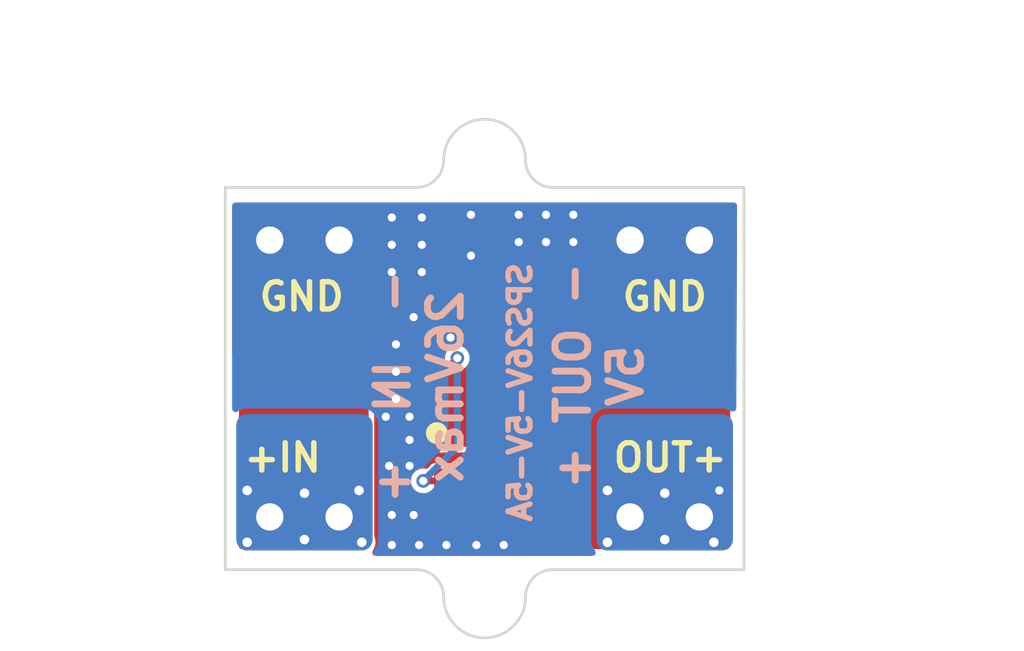
<source format=kicad_pcb>
(kicad_pcb (version 20241229) (generator "pcbnew") (generator_version "9.0")
  (layers (0 "F.Cu" signal) (2 "B.Cu" signal) (13 "F.Paste" user) (15 "B.Paste" user) (5 "F.SilkS" user "F.Silkscreen") (7 "B.SilkS" user "B.Silkscreen") (1 "F.Mask" user) (3 "B.Mask" user) (25 "Edge.Cuts" user))
  (net 0 "")
  (net 1 "GND")
  (net 2 "/BOOT")
  (net 3 "+5V")
  (net 4 "VIN")
  (net 5 "Net-(LED1-K)")
  (net 6 "Net-(R2-Pad1)")
  (net 7 "/SW")
  (net 8 "/FB")
  (footprint "_Opto_GRZ:KP-1608CGCK" (layer "F.Cu") (at 2.25 4.5)
    (property "Reference" "LED1")
    (property "Value" "KP-1608CGCK")
    (pad "1" smd rect (at -0.825 0 180) (size 0.8 0.8) (layers "F.Cu" "F.Mask" "F.Paste") (net 5 "Net-(LED1-K)"))
    (pad "2" smd rect (at 0.825 0 180) (size 0.8 0.8) (layers "F.Cu" "F.Mask" "F.Paste") (net 3 "+5V"))
  )
  (footprint "_Resistors_GRZ:R_0603" (layer "F.Cu") (at 2.25 -3.75 180)
    (property "Reference" "R4")
    (property "Value" "33kΩ")
    (pad "1" smd roundrect (at -0.8 0 180) (size 0.6 0.9) (layers "F.Cu" "F.Mask" "F.Paste") (roundrect_rratio 0.083) (net 3 "+5V"))
    (pad "2" smd roundrect (at 0.8 0 180) (size 0.6 0.9) (layers "F.Cu" "F.Mask" "F.Paste") (roundrect_rratio 0.083) (net 6 "Net-(R2-Pad1)"))
  )
  (footprint "_Capacitors_GRZ:C_0603" (layer "F.Cu") (at -0.75 3.75 180)
    (property "Reference" "C2")
    (property "Value" "100nF/50V")
    (pad "1" smd roundrect (at -0.8 0 180) (size 0.6 0.9) (layers "F.Cu" "F.Mask" "F.Paste") (roundrect_rratio 0.0833) (net 7 "/SW"))
    (pad "2" smd roundrect (at 0.8 0 180) (size 0.6 0.9) (layers "F.Cu" "F.Mask" "F.Paste") (roundrect_rratio 0.083) (net 2 "/BOOT"))
  )
  (footprint "_Capacitors_GRZ:C_0603" (layer "F.Cu") (at -4.42 2.25)
    (property "Reference" "C1")
    (property "Value" "100nF/50V")
    (pad "1" smd roundrect (at -0.8 0) (size 0.6 0.9) (layers "F.Cu" "F.Mask" "F.Paste") (roundrect_rratio 0.0833) (net 4 "VIN"))
    (pad "2" smd roundrect (at 0.8 0) (size 0.6 0.9) (layers "F.Cu" "F.Mask" "F.Paste") (roundrect_rratio 0.083) (net 1 "GND"))
  )
  (footprint "_Resistors_GRZ:R_0603" (layer "F.Cu") (at -0.5 -5.25)
    (property "Reference" "R3")
    (property "Value" "6.8kΩ")
    (pad "1" smd roundrect (at -0.8 0) (size 0.6 0.9) (layers "F.Cu" "F.Mask" "F.Paste") (roundrect_rratio 0.083) (net 8 "/FB"))
    (pad "2" smd roundrect (at 0.8 0) (size 0.6 0.9) (layers "F.Cu" "F.Mask" "F.Paste") (roundrect_rratio 0.083) (net 1 "GND"))
  )
  (footprint "_Capacitors_GRZ:C_1206" (layer "F.Cu") (at 8 -0.5 90)
    (property "Reference" "C5")
    (property "Value" "47µF/16V")
    (pad "1" smd roundrect (at -1.45 0 90) (size 0.9 1.6) (layers "F.Cu" "F.Mask" "F.Paste") (roundrect_rratio 0.1) (net 3 "+5V"))
    (pad "2" smd roundrect (at 1.45 0 90) (size 0.9 1.6) (layers "F.Cu" "F.Mask" "F.Paste") (roundrect_rratio 0.1) (net 1 "GND"))
  )
  (footprint "_MountingHole_GRZ:MountingHole_2.1mm_M2" (layer "F.Cu") (at 0 -8)
    (property "Reference" "REF**" (hide yes))
    (property "Value" "MountingHole_2.1mm_M2" (hide yes))
    (pad "" np_thru_hole circle (at 0 0) (size 2.1 2.1) (drill 2.1) (layers "*.Cu" "*.Mask"))
  )
  (footprint "_Resistors_GRZ:R_0603" (layer "F.Cu") (at -0.5 -3.75 180)
    (property "Reference" "R2")
    (property "Value" "2.7kΩ")
    (pad "1" smd roundrect (at -0.8 0 180) (size 0.6 0.9) (layers "F.Cu" "F.Mask" "F.Paste") (roundrect_rratio 0.083) (net 6 "Net-(R2-Pad1)"))
    (pad "2" smd roundrect (at 0.8 0 180) (size 0.6 0.9) (layers "F.Cu" "F.Mask" "F.Paste") (roundrect_rratio 0.083) (net 8 "/FB"))
  )
  (footprint "_Capacitors_GRZ:C_0805" (layer "F.Cu") (at -8.25 -0.75 90)
    (property "Reference" "C3")
    (property "Value" "22µF/35V")
    (pad "1" smd roundrect (at -0.95 0 90) (size 0.7 1.3) (layers "F.Cu" "F.Mask" "F.Paste") (roundrect_rratio 0.1) (net 4 "VIN"))
    (pad "2" smd roundrect (at 0.95 0 90) (size 0.7 1.3) (layers "F.Cu" "F.Mask" "F.Paste") (roundrect_rratio 0.1) (net 1 "GND"))
  )
  (footprint "_Capacitors_GRZ:C_0805" (layer "F.Cu") (at -6.25 -0.75 90)
    (property "Reference" "C4")
    (property "Value" "22µF/35V")
    (pad "1" smd roundrect (at -0.95 0 90) (size 0.7 1.3) (layers "F.Cu" "F.Mask" "F.Paste") (roundrect_rratio 0.1) (net 4 "VIN"))
    (pad "2" smd roundrect (at 0.95 0 90) (size 0.7 1.3) (layers "F.Cu" "F.Mask" "F.Paste") (roundrect_rratio 0.1) (net 1 "GND"))
  )
  (footprint "_MountingHole_GRZ:MountingHole_2.1mm_M2" (layer "F.Cu") (at 0 8)
    (property "Reference" "REF**" (hide yes))
    (property "Value" "MountingHole_2.1mm_M2" (hide yes))
    (pad "" np_thru_hole circle (at 0 0) (size 2.1 2.1) (drill 2.1) (layers "*.Cu" "*.Mask"))
  )
  (footprint "_Regulators_GRZ:LMR51450" (layer "F.Cu") (at -3.25 -0.25 180)
    (property "Reference" "IC1")
    (property "Value" "LMR51450")
    (pad "1" smd roundrect (at -1.39 -1.25) (size 0.62 0.25) (layers "F.Cu" "F.Mask" "F.Paste") (roundrect_rratio 0.2) (net 7 "/SW"))
    (pad "2" smd roundrect (at -1.39 -0.75) (size 0.62 0.25) (layers "F.Cu" "F.Mask" "F.Paste") (roundrect_rratio 0.2) (net 7 "/SW"))
    (pad "3" smd roundrect (at -1.39 -0.25) (size 0.62 0.25) (layers "F.Cu" "F.Mask" "F.Paste") (roundrect_rratio 0.2) (net 7 "/SW"))
    (pad "4" smd roundrect (at -1.39 0.25) (size 0.62 0.25) (layers "F.Cu" "F.Mask" "F.Paste") (roundrect_rratio 0.2) (net 2 "/BOOT"))
    (pad "5" smd roundrect (at -1.39 0.75) (size 0.62 0.25) (layers "F.Cu" "F.Mask" "F.Paste") (roundrect_rratio 0.2) (net 1 "GND"))
    (pad "6" smd roundrect (at -1.39 1.25) (size 0.62 0.25) (layers "F.Cu" "F.Mask" "F.Paste") (roundrect_rratio 0.2) (net 1 "GND"))
    (pad "7" smd roundrect (at 1.39 1.25) (size 0.62 0.25) (layers "F.Cu" "F.Mask" "F.Paste") (roundrect_rratio 0.2) (net 8 "/FB"))
    (pad "8" smd roundrect (at 1.39 0.75) (size 0.62 0.25) (layers "F.Cu" "F.Mask" "F.Paste") (roundrect_rratio 0.2) (net 1 "GND"))
    (pad "9" smd roundrect (at 1.39 0.25) (size 0.62 0.25) (layers "F.Cu" "F.Mask" "F.Paste") (roundrect_rratio 0.2) (net 4 "VIN"))
    (pad "10" smd roundrect (at 1.39 -0.25) (size 0.62 0.25) (layers "F.Cu" "F.Mask" "F.Paste") (roundrect_rratio 0.2) (net 4 "VIN"))
    (pad "11" smd roundrect (at 1.39 -0.75) (size 0.62 0.25) (layers "F.Cu" "F.Mask" "F.Paste") (roundrect_rratio 0.2) (net 4 "VIN"))
    (pad "12" smd roundrect (at 1.39 -1.25) (size 0.62 0.25) (layers "F.Cu" "F.Mask" "F.Paste") (roundrect_rratio 0.2) (net 4 "VIN"))
    (pad "13" smd rect (at 0 0) (size 1.3 2.5) (layers "F.Cu" "F.Mask") (net 1 "GND"))
  )
  (footprint "_Resistors_GRZ:R_0603" (layer "F.Cu") (at -0.75 5 180)
    (property "Reference" "R1")
    (property "Value" "470Ω")
    (pad "1" smd roundrect (at -0.8 0 180) (size 0.6 0.9) (layers "F.Cu" "F.Mask" "F.Paste") (roundrect_rratio 0.083) (net 5 "Net-(LED1-K)"))
    (pad "2" smd roundrect (at 0.8 0 180) (size 0.6 0.9) (layers "F.Cu" "F.Mask" "F.Paste") (roundrect_rratio 0.083) (net 1 "GND"))
  )
  (footprint "_Inductors_GRZ:XAL5030" (layer "F.Cu") (at 1.75 0)
    (property "Reference" "L1")
    (property "Value" "3.3µH/8A")
    (pad "1" smd rect (at -1.655 0) (size 1.18 4.7) (layers "F.Cu" "F.Mask" "F.Paste") (net 7 "/SW"))
    (pad "2" smd rect (at 1.655 0) (size 1.18 4.7) (layers "F.Cu" "F.Mask" "F.Paste") (net 3 "+5V"))
  )
  (footprint "_Capacitors_GRZ:C_1206" (layer "F.Cu") (at 5.75 -0.5 90)
    (property "Reference" "C6")
    (property "Value" "47µF/16V")
    (pad "1" smd roundrect (at -1.45 0 90) (size 0.9 1.6) (layers "F.Cu" "F.Mask" "F.Paste") (roundrect_rratio 0.1) (net 3 "+5V"))
    (pad "2" smd roundrect (at 1.45 0 90) (size 0.9 1.6) (layers "F.Cu" "F.Mask" "F.Paste") (roundrect_rratio 0.1) (net 1 "GND"))
  )
  (footprint "ENAC_robotique:power_PAD_THT" (layer "B.Cu") (at 6.6 -3.8)
    (property "Reference" "J4" (hide yes))
    (property "Value" "GND" (hide yes))
    (pad "1" thru_hole circle (at -1.27 -1.27) (size 2 2) (drill 1) (layers "*.Cu" "*.Mask") (net 1 "GND"))
    (pad "1" smd roundrect (at 0 0) (size 5 5) (layers "B.Cu" "B.Mask" "B.Paste") (roundrect_rratio 0.08) (net 1 "GND"))
    (pad "1" thru_hole circle (at 1.27 -1.27) (size 2 2) (drill 1) (layers "*.Cu" "*.Mask") (net 1 "GND"))
  )
  (footprint "ENAC_robotique:power_PAD_THT" (layer "B.Cu") (at -6.6 -3.8)
    (property "Reference" "J2" (hide yes))
    (property "Value" "GND" (hide yes))
    (pad "1" thru_hole circle (at -1.27 -1.27) (size 2 2) (drill 1) (layers "*.Cu" "*.Mask") (net 1 "GND"))
    (pad "1" smd roundrect (at 0 0) (size 5 5) (layers "B.Cu" "B.Mask" "B.Paste") (roundrect_rratio 0.08) (net 1 "GND"))
    (pad "1" thru_hole circle (at 1.27 -1.27) (size 2 2) (drill 1) (layers "*.Cu" "*.Mask") (net 1 "GND"))
  )
  (footprint "ENAC_robotique:power_PAD_THT" (layer "B.Cu") (at 6.6 3.8 180)
    (property "Reference" "J3" (hide yes))
    (property "Value" "+5V" (hide yes))
    (pad "1" thru_hole circle (at -1.27 -1.27 180) (size 2 2) (drill 1) (layers "*.Cu" "*.Mask") (net 3 "+5V"))
    (pad "1" smd roundrect (at 0 0 180) (size 5 5) (layers "B.Cu" "B.Mask" "B.Paste") (roundrect_rratio 0.08) (net 3 "+5V"))
    (pad "1" thru_hole circle (at 1.27 -1.27 180) (size 2 2) (drill 1) (layers "*.Cu" "*.Mask") (net 3 "+5V"))
  )
  (footprint "ENAC_robotique:power_PAD_THT" (layer "B.Cu") (at -6.6 3.8 180)
    (property "Reference" "J1" (hide yes))
    (property "Value" "VIN" (hide yes))
    (pad "1" thru_hole circle (at -1.27 -1.27 180) (size 2 2) (drill 1) (layers "*.Cu" "*.Mask") (net 4 "VIN"))
    (pad "1" smd roundrect (at 0 0 180) (size 5 5) (layers "B.Cu" "B.Mask" "B.Paste") (roundrect_rratio 0.08) (net 4 "VIN"))
    (pad "1" thru_hole circle (at 1.27 -1.27 180) (size 2 2) (drill 1) (layers "*.Cu" "*.Mask") (net 4 "VIN"))
  )
  (gr_circle (center -1.75 2) (end -1.55 2) (stroke (width 0.4)) (fill no) (layer "F.SilkS"))
  (gr_arc (start 2.5 -7) (mid 1.792893 -7.292893) (end 1.5 -8) (stroke (width 0.1)) (layer "Edge.Cuts"))
  (gr_arc (start 1.499998 8.000001) (mid 1.792891 7.292892) (end 2.5 6.999998) (stroke (width 0.1)) (layer "Edge.Cuts"))
  (gr_arc (start 1.499998 8) (mid -0.000001 9.5) (end -1.5 8) (stroke (width 0.1)) (layer "Edge.Cuts"))
  (gr_line (start -9.5 -7) (end -9.5 7) (stroke (width 0.1)) (layer "Edge.Cuts"))
  (gr_arc (start -1.499997 -8) (mid -1.792891 -7.292891) (end -2.5 -6.999997) (stroke (width 0.1)) (layer "Edge.Cuts"))
  (gr_line (start -2.5 -7) (end -9.5 -7) (stroke (width 0.1)) (layer "Edge.Cuts"))
  (gr_line (start 2.5 7) (end 9.5 7) (stroke (width 0.1)) (layer "Edge.Cuts"))
  (gr_arc (start -1.499998 -8) (mid 0.000001 -9.5) (end 1.5 -8) (stroke (width 0.1)) (layer "Edge.Cuts"))
  (gr_line (start 9.5 -7) (end 2.5 -7) (stroke (width 0.1)) (layer "Edge.Cuts"))
  (gr_line (start 9.5 7) (end 9.5 -7) (stroke (width 0.1)) (layer "Edge.Cuts"))
  (gr_line (start -9.5 7) (end -2.5 7) (stroke (width 0.1)) (layer "Edge.Cuts"))
  (gr_arc (start -2.5 7) (mid -1.792893 7.292893) (end -1.5 8) (stroke (width 0.1)) (layer "Edge.Cuts"))
  (gr_text "OUT+" (at 6.8 2.9 0) (layer "F.SilkS") (effects (font (size 1 1) (thickness 0.2))))
  (gr_text "GND\n" (at -6.7 -3 0) (layer "F.SilkS") (effects (font (size 1 1) (thickness 0.2))))
  (gr_text "+IN" (at -7.4 2.9 0) (layer "F.SilkS") (effects (font (size 1 1) (thickness 0.2))))
  (gr_text "GND\n" (at 6.6 -3 0) (layer "F.SilkS") (effects (font (size 1 1) (thickness 0.2))))
  (gr_text "SPS26V-5V-5A\n" (at 1.3 0.5 90) (layer "B.SilkS") (effects (font (size 0.8 0.8) (thickness 0.2) (bold yes)) (justify mirror)))
  (gr_text "-  IN  +\n26Vmax\n" (at -2.4 0.3 90) (layer "B.SilkS") (effects (font (size 1.2 1.2) (thickness 0.25) (bold yes)) (justify mirror)))
  (gr_text "- OUT +\n5V" (at 4.2 -0.1 90) (layer "B.SilkS") (effects (font (size 1.2 1.2) (thickness 0.25) (bold yes)) (justify mirror)))
  (via (at 3.25 -5) (size 0.5) (drill 0.3) (layers "F.Cu" "B.Cu") (net 1))
  (via (at -3.25 -1.25) (size 0.5) (drill 0.3) (layers "F.Cu" "B.Cu") (net 1))
  (via (at 3.25 -6) (size 0.5) (drill 0.3) (layers "F.Cu" "B.Cu") (net 1))
  (via (at -2.3 -4.9) (size 0.5) (drill 0.3) (layers "F.Cu" "B.Cu") (net 1))
  (via (at 1.25 -6) (size 0.5) (drill 0.3) (layers "F.Cu" "B.Cu") (net 1))
  (via (at -2.6 5) (size 0.5) (drill 0.3) (layers "F.Cu" "B.Cu") (net 1))
  (via (at -3.5 3.2) (size 0.5) (drill 0.3) (layers "F.Cu" "B.Cu") (net 1))
  (via (at 2.25 -5) (size 0.5) (drill 0.3) (layers "F.Cu" "B.Cu") (net 1))
  (via (at -3.62 1.4) (size 0.5) (drill 0.3) (layers "F.Cu" "B.Cu") (net 1))
  (via (at -2.3 -5.9) (size 0.5) (drill 0.3) (layers "F.Cu" "B.Cu") (net 1))
  (via (at -0.3 6.1) (size 0.5) (drill 0.3) (layers "F.Cu" "B.Cu") (net 1))
  (via (at -2.75 3.2) (size 0.5) (drill 0.3) (layers "F.Cu" "B.Cu") (net 1))
  (via (at -3.4 -3.9) (size 0.5) (drill 0.3) (layers "F.Cu" "B.Cu") (net 1))
  (via (at -3.4 -4.9) (size 0.5) (drill 0.3) (layers "F.Cu" "B.Cu") (net 1))
  (via (at -0.5 -6) (size 0.5) (drill 0.3) (layers "F.Cu" "B.Cu") (net 1))
  (via (at -3.25 0.75) (size 0.5) (drill 0.3) (layers "F.Cu" "B.Cu") (net 1))
  (via (at 2.25 -6) (size 0.5) (drill 0.3) (layers "F.Cu" "B.Cu") (net 1))
  (via (at -2.75 1.4) (size 0.5) (drill 0.3) (layers "F.Cu" "B.Cu") (net 1))
  (via (at -2.6 -2.25) (size 0.5) (drill 0.3) (layers "F.Cu" "B.Cu") (net 1))
  (via (at -2.4 6.1) (size 0.5) (drill 0.3) (layers "F.Cu" "B.Cu") (net 1))
  (via (at -2.3 -3.9) (size 0.5) (drill 0.3) (layers "F.Cu" "B.Cu") (net 1))
  (via (at 0.7 6.1) (size 0.5) (drill 0.3) (layers "F.Cu" "B.Cu") (net 1))
  (via (at -3.25 -0.25) (size 0.5) (drill 0.3) (layers "F.Cu" "B.Cu") (net 1))
  (via (at -3.4 6.1) (size 0.5) (drill 0.3) (layers "F.Cu" "B.Cu") (net 1))
  (via (at 1.25 -5) (size 0.5) (drill 0.3) (layers "F.Cu" "B.Cu") (net 1))
  (via (at -3.4 -5.9) (size 0.5) (drill 0.3) (layers "F.Cu" "B.Cu") (net 1))
  (via (at -3.4 5) (size 0.5) (drill 0.3) (layers "F.Cu" "B.Cu") (net 1))
  (via (at -1.25 -1.5) (size 0.5) (drill 0.3) (layers "F.Cu" "B.Cu") (net 1))
  (via (at -0.5 -4.5) (size 0.5) (drill 0.3) (layers "F.Cu" "B.Cu") (net 1))
  (via (at -2.75 2.25) (size 0.5) (drill 0.3) (layers "F.Cu" "B.Cu") (net 1))
  (via (at -1.4 6.1) (size 0.5) (drill 0.3) (layers "F.Cu" "B.Cu") (net 1))
  (segment (start -1 -0.75) (end -1.25 -0.5) (width 0.25) (layer "F.Cu") (net 2))
  (segment (start -1.25 -0.5) (end -1.86 -0.5) (width 0.25) (layer "F.Cu") (net 2))
  (segment (start -1.55 3.75) (end -2.25 3.75) (width 0.25) (layer "F.Cu") (net 2))
  (via (at -1 -0.75) (size 0.5) (drill 0.3) (layers "F.Cu" "B.Cu") (net 2))
  (via (at -2.25 3.75) (size 0.5) (drill 0.3) (layers "F.Cu" "B.Cu") (net 2))
  (segment (start -1 2.5) (end -2.25 3.75) (width 0.25) (layer "B.Cu") (net 2))
  (segment (start -1 -0.75) (end -1 2.5) (width 0.25) (layer "B.Cu") (net 2))
  (segment (start 3.05 -3.75) (end 3.05 -0.355) (width 0.25) (layer "F.Cu") (net 3))
  (segment (start 3.05 -0.355) (end 3.405 0) (width 0.25) (layer "F.Cu") (net 3))
  (via (at 8.6 4.1) (size 0.5) (drill 0.3) (layers "F.Cu" "B.Cu") (net 3))
  (via (at 6.6 5.9) (size 0.6) (drill 0.35) (layers "F.Cu" "B.Cu") (net 3))
  (via (at 6.6 4.2) (size 0.6) (drill 0.35) (layers "F.Cu" "B.Cu") (net 3))
  (via (at 4.5 4.1) (size 0.6) (drill 0.35) (layers "F.Cu" "B.Cu") (net 3))
  (via (at 4.5 6) (size 0.6) (drill 0.35) (layers "F.Cu" "B.Cu") (net 3))
  (via (at 8.4 6) (size 0.6) (drill 0.35) (layers "F.Cu" "B.Cu") (net 3))
  (via (at -8.7 4.1) (size 0.6) (drill 0.35) (layers "F.Cu" "B.Cu") (net 4))
  (via (at -4.5 6) (size 0.6) (drill 0.35) (layers "F.Cu" "B.Cu") (net 4))
  (via (at -6.6 5.9) (size 0.6) (drill 0.35) (layers "F.Cu" "B.Cu") (net 4))
  (via (at -8.7 6) (size 0.6) (drill 0.35) (layers "F.Cu" "B.Cu") (net 4))
  (via (at -6.6 4.2) (size 0.6) (drill 0.35) (layers "F.Cu" "B.Cu") (net 4))
  (via (at -4.6 4.1) (size 0.6) (drill 0.35) (layers "F.Cu" "B.Cu") (net 4))
  (segment (start 0.925 5) (end 1.425 4.5) (width 0.25) (layer "F.Cu") (net 5))
  (segment (start 0.05 5) (end 0.925 5) (width 0.25) (layer "F.Cu") (net 5))
  (segment (start 1.45 -3.75) (end 0.3 -3.75) (width 0.25) (layer "F.Cu") (net 6))
  (segment (start 0.05 3.75) (end 0.05 0.045) (width 0.25) (layer "F.Cu") (net 7))
  (segment (start 0.05 0.045) (end 0.095 0) (width 0.25) (layer "F.Cu") (net 7))
  (segment (start -4.64 -1.99) (end -3.73 -2.9) (width 0.25) (layer "F.Cu") (net 8))
  (segment (start -4.64 -1.5) (end -4.64 -1.99) (width 0.25) (layer "F.Cu") (net 8))
  (segment (start -2.15 -2.9) (end -1.3 -3.75) (width 0.25) (layer "F.Cu") (net 8))
  (segment (start -3.73 -2.9) (end -2.15 -2.9) (width 0.25) (layer "F.Cu") (net 8))
  (segment (start -1.3 -5.25) (end -1.3 -3.75) (width 0.25) (layer "F.Cu") (net 8))
  (zone (net 4) (net_name "VIN") (layer "F.Cu") (name "VIN") (priority 1) (connect_pads yes (clearance 0.2)) (min_thickness 0.2) (fill yes (thermal_gap 0.3) (thermal_bridge_width 0.3))
    (polygon (pts (xy -9 -0.65) (xy -4.25 -0.65) (xy -4.25 6.25) (xy -9 6.25)))
  )
  (zone (net 3) (net_name "+5V") (layer "F.Cu") (name "GND") (priority 1) (connect_pads yes (clearance 0.2)) (min_thickness 0.25) (fill yes (thermal_gap 0.5) (thermal_bridge_width 0.5))
    (polygon (pts (xy 9 6.25) (xy 2.5 6.25) (xy 2.5 -2.5) (xy 4.5 -2.5) (xy 4.5 0.25) (xy 9 0.25)))
  )
  (zone (net 7) (net_name "/SW") (layer "F.Cu") (name "GND") (priority 1) (connect_pads yes (clearance 0.2)) (min_thickness 0.25) (fill yes (thermal_gap 0.5) (thermal_bridge_width 0.5))
    (polygon (pts (xy -1.25 -0.25) (xy -2.25 -0.25) (xy -2.25 2.5) (xy 1 2.5) (xy 1 -2.5) (xy -0.75 -2.5) (xy -0.75 -0.75)))
  )
  (zone (net 1) (net_name "GND") (layers "F.Cu" "B.Cu") (connect_pads yes (clearance 0.2)) (min_thickness 0.25) (fill yes (thermal_gap 0.25) (thermal_bridge_width 0.25))
    (polygon (pts (xy -9.25 -6.45) (xy -9.25 6.5) (xy 9.2 6.5) (xy 9.248868 -6.45)))
  )
)
</source>
